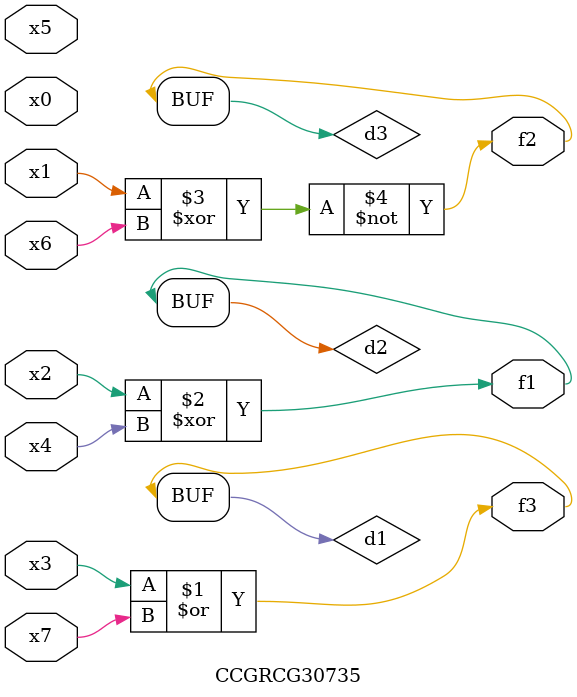
<source format=v>
module CCGRCG30735(
	input x0, x1, x2, x3, x4, x5, x6, x7,
	output f1, f2, f3
);

	wire d1, d2, d3;

	or (d1, x3, x7);
	xor (d2, x2, x4);
	xnor (d3, x1, x6);
	assign f1 = d2;
	assign f2 = d3;
	assign f3 = d1;
endmodule

</source>
